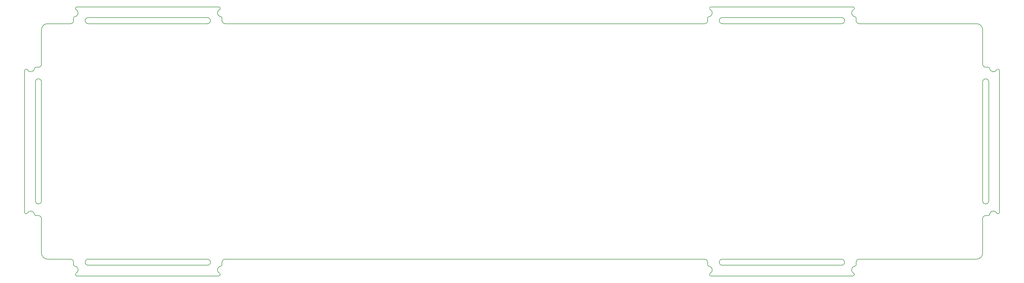
<source format=gm1>
G04 #@! TF.GenerationSoftware,KiCad,Pcbnew,(5.1.10)-1*
G04 #@! TF.CreationDate,2022-03-21T16:41:14+02:00*
G04 #@! TF.ProjectId,Verdantrev01,56657264-616e-4747-9265-7630312e6b69,rev?*
G04 #@! TF.SameCoordinates,Original*
G04 #@! TF.FileFunction,Profile,NP*
%FSLAX46Y46*%
G04 Gerber Fmt 4.6, Leading zero omitted, Abs format (unit mm)*
G04 Created by KiCad (PCBNEW (5.1.10)-1) date 2022-03-21 16:41:14*
%MOMM*%
%LPD*%
G01*
G04 APERTURE LIST*
G04 #@! TA.AperFunction,Profile*
%ADD10C,0.200000*%
G04 #@! TD*
G04 APERTURE END LIST*
D10*
X9050000Y-22325004D02*
X9049997Y-11049998D01*
X7238187Y-71925002D02*
G75*
G02*
X6741664Y-71483824I3J499998D01*
G01*
X67285294Y-90758824D02*
G75*
G02*
X67049995Y-91700005I-235297J-441178D01*
G01*
X226124994Y-86200008D02*
G75*
G02*
X227124996Y-87200000I5J-999997D01*
G01*
X3550005Y-24425004D02*
G75*
G02*
X4491174Y-24189712I499996J0D01*
G01*
X8050002Y-71925004D02*
G75*
G02*
X9050001Y-72925004I1J-999998D01*
G01*
X18549994Y-86200003D02*
X11050004Y-86200005D01*
X9049995Y-22325000D02*
G75*
G02*
X8049998Y-23325004I-1000000J-4D01*
G01*
X228224997Y-3550005D02*
X274624997Y-3550001D01*
X227989699Y-4491181D02*
G75*
G02*
X228224997Y-3550005I235296J441176D01*
G01*
X227989699Y-4491182D02*
G75*
G02*
X227566176Y-6741669I-564702J-1058823D01*
G01*
X19991176Y-88508340D02*
G75*
G02*
X19549999Y-88011814I58822J496527D01*
G01*
X227124993Y-7238200D02*
G75*
G02*
X227566176Y-6741669I500005J-2D01*
G01*
X68149993Y-87200004D02*
G75*
G02*
X69149996Y-86200001I1000003J0D01*
G01*
X19549997Y-8050005D02*
X19549999Y-7238196D01*
X69149997Y-9050003D02*
X226124998Y-9050000D01*
X20649996Y-91700000D02*
G75*
G02*
X20414703Y-90758829I0J499997D01*
G01*
X6741664Y-23766174D02*
G75*
G02*
X4491174Y-24189712I-1191668J141172D01*
G01*
X67708823Y-6741670D02*
G75*
G02*
X68149997Y-7238199I-58825J-496527D01*
G01*
X68149997Y-7238199D02*
X68149998Y-8050005D01*
X19549996Y-8050002D02*
G75*
G02*
X18549997Y-9050005I-1000001J-2D01*
G01*
X226124995Y-86200005D02*
X69149996Y-86200001D01*
X69149999Y-9050002D02*
G75*
G02*
X68149998Y-8050005I-2J999999D01*
G01*
X19991174Y-88508337D02*
G75*
G02*
X20414703Y-90758829I-141177J-1191667D01*
G01*
X67050002Y-3550011D02*
G75*
G02*
X67285290Y-4491179I-2J-499995D01*
G01*
X9049997Y-11049998D02*
G75*
G02*
X11049998Y-9050005I1999997J-4D01*
G01*
X227566171Y-88508337D02*
G75*
G02*
X227989703Y-90758827I-141175J-1191667D01*
G01*
X275283825Y-6741667D02*
G75*
G02*
X274860291Y-4491183I141173J1191664D01*
G01*
X7238194Y-23325005D02*
X8049998Y-23325004D01*
X227125000Y-8050007D02*
X227124997Y-7238199D01*
X3549997Y-70825004D02*
X3549996Y-24425002D01*
X9050000Y-84200010D02*
X9050001Y-72925004D01*
X67708818Y-6741679D02*
G75*
G02*
X67285290Y-4491179I141179J1191671D01*
G01*
X20414704Y-4491185D02*
G75*
G02*
X19991175Y-6741670I-564705J-1058821D01*
G01*
X20414700Y-4491180D02*
G75*
G02*
X20650000Y-3550005I235297J441175D01*
G01*
X11049998Y-9050005D02*
X18549997Y-9050005D01*
X4491175Y-71060302D02*
G75*
G02*
X6741664Y-71483824I1058824J-564702D01*
G01*
X67049995Y-91700005D02*
X20649997Y-91700007D01*
X68149997Y-88011805D02*
G75*
G02*
X67708821Y-88508336I-500002J-2D01*
G01*
X227566176Y-88508337D02*
G75*
G02*
X227124996Y-88011811I58821J496529D01*
G01*
X274624995Y-3550001D02*
G75*
G02*
X274860291Y-4491183I0J-500003D01*
G01*
X20650000Y-3550005D02*
X67049999Y-3550005D01*
X67285287Y-90758825D02*
G75*
G02*
X67708821Y-88508336I564708J1058822D01*
G01*
X11050003Y-86200001D02*
G75*
G02*
X9050000Y-84200010I-6J1999997D01*
G01*
X227124997Y-8050008D02*
G75*
G02*
X226124998Y-9050000I-999998J6D01*
G01*
X68149999Y-87200004D02*
X68150000Y-88011812D01*
X6741665Y-23766179D02*
G75*
G02*
X7238194Y-23325005I496527J-58825D01*
G01*
X4491180Y-71060296D02*
G75*
G02*
X3549997Y-70825004I-441180J235294D01*
G01*
X8049997Y-71925004D02*
X7238191Y-71925005D01*
X18549997Y-86200001D02*
G75*
G02*
X19549996Y-87200006I-3J-1000002D01*
G01*
X19549999Y-88011814D02*
X19549996Y-87200006D01*
X19549994Y-7238195D02*
G75*
G02*
X19991175Y-6741670I500001J-4D01*
G01*
X227124996Y-88011811D02*
X227124996Y-87200000D01*
X9050000Y-28125002D02*
X9050002Y-67125004D01*
X8050000Y-27125002D02*
G75*
G02*
X9050000Y-28125002I0J-1000000D01*
G01*
X64350001Y-8050001D02*
G75*
G02*
X63349997Y-9050007I-1000005J-1D01*
G01*
X270924999Y-86200005D02*
X231924995Y-86200003D01*
X63349995Y-86199998D02*
G75*
G02*
X64349998Y-87200001I-1J-1000004D01*
G01*
X23349997Y-87200001D02*
G75*
G02*
X24349999Y-86200005I1000000J-4D01*
G01*
X315124999Y-9049999D02*
G75*
G02*
X317124994Y-11050000I-3J-1999998D01*
G01*
X276724997Y-9049999D02*
X315124998Y-9049996D01*
X319124996Y-67125004D02*
G75*
G02*
X318124999Y-68125002I-999996J-2D01*
G01*
X8049997Y-68125007D02*
G75*
G02*
X7049993Y-67125004I-2J1000002D01*
G01*
X24349995Y-88200002D02*
X63349996Y-88200004D01*
X318936800Y-71925005D02*
X318125000Y-71925002D01*
X228224998Y-91700007D02*
G75*
G02*
X227989703Y-90758827I0J500002D01*
G01*
X274624995Y-91700003D02*
X228225001Y-91700003D01*
X318125002Y-23325003D02*
G75*
G02*
X317124997Y-22325004I-4J1000001D01*
G01*
X274860293Y-90758834D02*
G75*
G02*
X274624995Y-91700003I-235295J-441172D01*
G01*
X317124996Y-67125005D02*
X317124998Y-28125002D01*
X274860288Y-90758823D02*
G75*
G02*
X275283822Y-88508340I564707J1058819D01*
G01*
X24349996Y-9050001D02*
G75*
G02*
X23349997Y-8050004I-1J999998D01*
G01*
X63349999Y-7050008D02*
G75*
G02*
X64349997Y-8050002I1J-999997D01*
G01*
X270924999Y-86200001D02*
G75*
G02*
X270924995Y-88200007I-2J-1000003D01*
G01*
X275725000Y-88011808D02*
G75*
G02*
X275283822Y-88508340I-500003J-1D01*
G01*
X275724994Y-87199999D02*
G75*
G02*
X276725000Y-86200003I1000001J-5D01*
G01*
X315124997Y-86200004D02*
X276725000Y-86200003D01*
X317124994Y-11050000D02*
X317124997Y-22325004D01*
X319125001Y-28125004D02*
X319124998Y-67125003D01*
X270924997Y-9050005D02*
X231924997Y-9050005D01*
X23349997Y-8050004D02*
G75*
G02*
X24349997Y-7050006I1000000J-2D01*
G01*
X318125001Y-27125002D02*
G75*
G02*
X319125001Y-28125004I-1J-1000001D01*
G01*
X231924999Y-88200005D02*
G75*
G02*
X231924995Y-86200003I-2J1000001D01*
G01*
X231924998Y-9050008D02*
G75*
G02*
X231924998Y-7050004I0J1000002D01*
G01*
X231924998Y-88200005D02*
X270924995Y-88200007D01*
X317124999Y-72925001D02*
G75*
G02*
X318125000Y-71925002I1000000J-1D01*
G01*
X319433332Y-71483830D02*
G75*
G02*
X318936800Y-71925005I-496529J58827D01*
G01*
X319433332Y-71483829D02*
G75*
G02*
X321683822Y-71060297I1191667J-141175D01*
G01*
X275283820Y-6741666D02*
G75*
G02*
X275724999Y-7238199I-58825J-496532D01*
G01*
X9049996Y-67125008D02*
G75*
G02*
X8050000Y-68125002I-999995J1D01*
G01*
X275724999Y-7238199D02*
X275724998Y-8050006D01*
X270924997Y-7050005D02*
G75*
G02*
X270924997Y-9050005I0J-1000000D01*
G01*
X64349996Y-87200000D02*
G75*
G02*
X63349996Y-88200004I-1000002J-2D01*
G01*
X7049992Y-28125008D02*
G75*
G02*
X8049998Y-27125003I1000004J1D01*
G01*
X7049993Y-67125004D02*
X7049998Y-28125004D01*
X317124997Y-28125004D02*
G75*
G02*
X318125002Y-27125004I1000001J-1D01*
G01*
X63349997Y-9050007D02*
X24349993Y-9050004D01*
X318936799Y-23325006D02*
G75*
G02*
X319433330Y-23766179I4J-500000D01*
G01*
X321683825Y-24189713D02*
G75*
G02*
X319433330Y-23766179I-1058825J564709D01*
G01*
X24349995Y-88200002D02*
G75*
G02*
X23349997Y-87200006I-1J999997D01*
G01*
X321683829Y-24189715D02*
G75*
G02*
X322624997Y-24425003I441173J-235290D01*
G01*
X322624997Y-24425003D02*
X322625001Y-70825005D01*
X276725000Y-9049998D02*
G75*
G02*
X275724998Y-8050006I-2J1000000D01*
G01*
X231924998Y-7050004D02*
X270924996Y-7050008D01*
X318125001Y-68125004D02*
G75*
G02*
X317124996Y-67125005I-3J1000002D01*
G01*
X24349997Y-7050006D02*
X63350000Y-7050008D01*
X318125000Y-23325005D02*
X318936805Y-23325003D01*
X275724997Y-87200004D02*
X275724997Y-88011812D01*
X63349999Y-86200006D02*
X24349999Y-86200005D01*
X317125003Y-84200004D02*
G75*
G02*
X315124997Y-86200004I-2000003J3D01*
G01*
X317124999Y-72925003D02*
X317124999Y-84200001D01*
X322624999Y-70825005D02*
G75*
G02*
X321683822Y-71060297I-500000J1D01*
G01*
M02*

</source>
